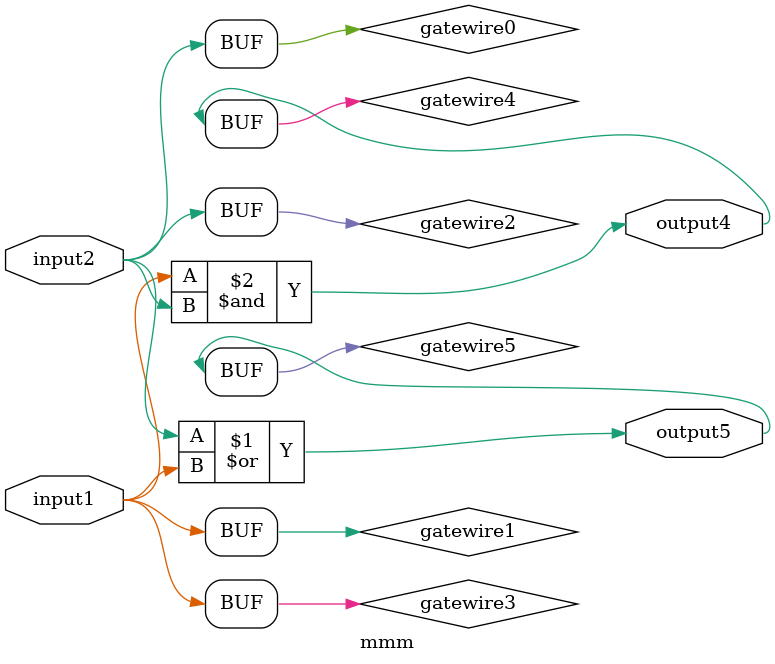
<source format=v>
module mmm(
input input1,
input input2,
output output5,
output output4
);
wire gatewire0;
wire gatewire1;
wire gatewire2;
wire gatewire3;
wire gatewire4;
wire gatewire5;
assign gatewire1=input1;
assign gatewire3=input1;
assign gatewire0=input2;
assign gatewire2=input2;
assign output5=gatewire5;
assign output4=gatewire4;
assign gatewire5=gatewire0|gatewire1;
assign gatewire4=gatewire3&gatewire2;
endmodule
</source>
